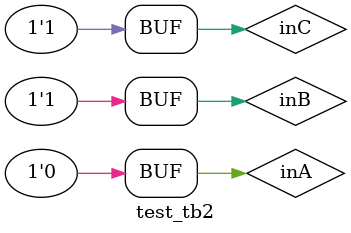
<source format=v>
`timescale 1ns / 1ps


module test_tb2;

	// Inputs
	reg inA;
	reg inB;
	reg inC;

	// Outputs
	wire ans;

	// Instantiate the Unit Under Test (UUT)
	test uut (
		.inA(inA), 
		.inB(inB), 
		.inC(inC), 
		.ans(ans)
	);

	initial begin
		// Initialize Inputs
		inA = 0;
		inB = 1;
		inC = 1;

		// Wait 100 ns for global reset to finish
		#100;
        
		// Add stimulus here

	end
      
endmodule


</source>
